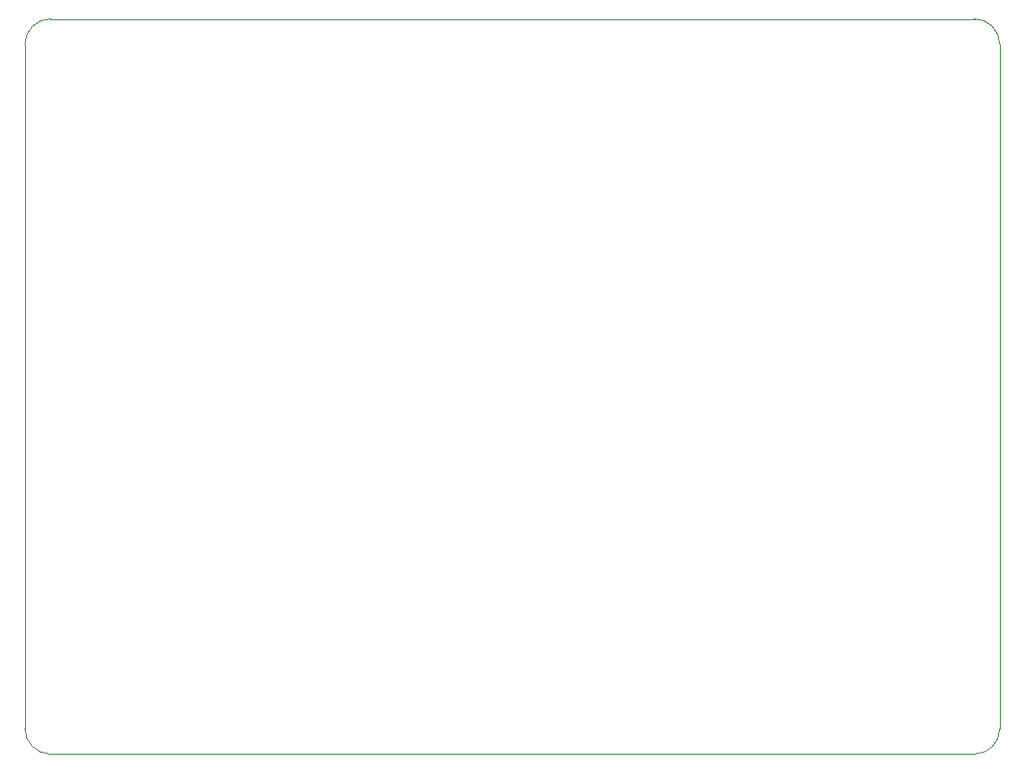
<source format=gbr>
%TF.GenerationSoftware,KiCad,Pcbnew,6.0.11-2627ca5db0~126~ubuntu22.04.1*%
%TF.CreationDate,2023-02-26T22:25:55+07:00*%
%TF.ProjectId,macro,6d616372-6f2e-46b6-9963-61645f706362,rev?*%
%TF.SameCoordinates,Original*%
%TF.FileFunction,Profile,NP*%
%FSLAX46Y46*%
G04 Gerber Fmt 4.6, Leading zero omitted, Abs format (unit mm)*
G04 Created by KiCad (PCBNEW 6.0.11-2627ca5db0~126~ubuntu22.04.1) date 2023-02-26 22:25:55*
%MOMM*%
%LPD*%
G01*
G04 APERTURE LIST*
%TA.AperFunction,Profile*%
%ADD10C,0.100000*%
%TD*%
G04 APERTURE END LIST*
D10*
X134700000Y-147350000D02*
G75*
G03*
X136900000Y-145150000I0J2200000D01*
G01*
X136897933Y-85050000D02*
G75*
G03*
X134692298Y-82850000I-2205513J-5520D01*
G01*
X53625000Y-82849999D02*
G75*
G03*
X51400000Y-85050000I13602J-2238899D01*
G01*
X51403203Y-145125000D02*
G75*
G03*
X53603187Y-147350000I2238897J13600D01*
G01*
X136897933Y-85050000D02*
X136900000Y-145150000D01*
X53625000Y-82850000D02*
X134692298Y-82850000D01*
X51403187Y-145125000D02*
X51400000Y-85050000D01*
X134700000Y-147350000D02*
X53603187Y-147350000D01*
M02*

</source>
